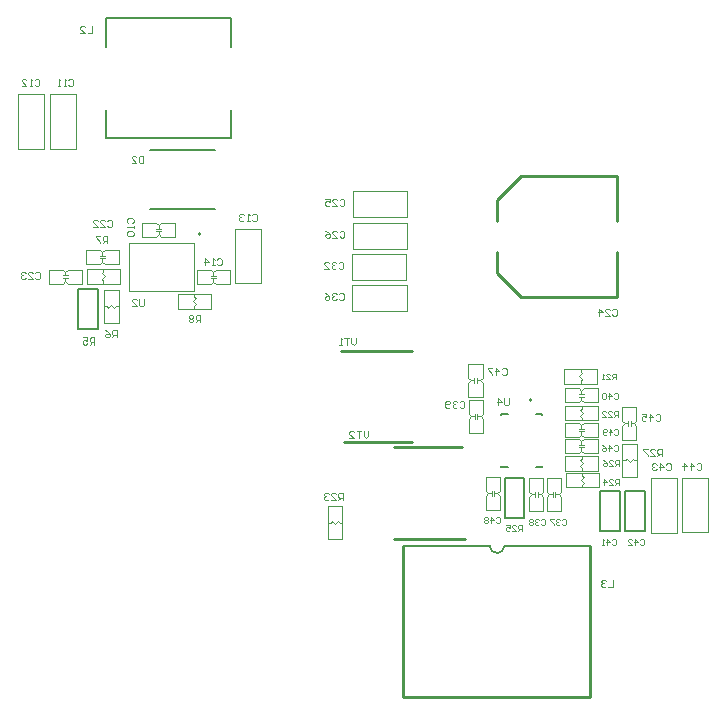
<source format=gbr>
%TF.GenerationSoftware,Altium Limited,Altium Designer,22.5.1 (42)*%
G04 Layer_Color=32896*
%FSLAX44Y44*%
%MOMM*%
%TF.SameCoordinates,15DEB0BC-4505-4058-9DE8-AE4841CA441A*%
%TF.FilePolarity,Positive*%
%TF.FileFunction,Legend,Bot*%
%TF.Part,Single*%
G01*
G75*
%TA.AperFunction,NonConductor*%
%ADD68C,0.2000*%
%ADD69C,0.1000*%
%ADD70C,0.0600*%
%ADD71C,0.2540*%
%ADD72C,0.1270*%
D68*
X-227140Y158500D02*
G03*
X-227140Y158500I-860J0D01*
G01*
X53250Y18000D02*
G03*
X53250Y18000I-1000J0D01*
G01*
X17750Y-105500D02*
G03*
X30250Y-105500I6250J0D01*
G01*
X-313965Y77733D02*
Y111769D01*
X-330563Y77733D02*
Y111769D01*
Y77733D02*
X-313965D01*
X-330563Y111769D02*
X-313965D01*
X-269500Y229500D02*
X-214500D01*
X-269500Y179500D02*
X-214500D01*
X30250Y-105500D02*
X102250D01*
X-55750D02*
X17750D01*
X30465Y-82269D02*
Y-48233D01*
X47063Y-82269D02*
Y-48233D01*
X30465D02*
X47063D01*
X30465Y-82269D02*
X47063D01*
X132215Y-93019D02*
X148813D01*
X132215Y-58983D02*
X148813D01*
Y-93019D02*
Y-58983D01*
X132215Y-93019D02*
Y-58983D01*
X111215Y-93269D02*
X127813D01*
X111215Y-59233D02*
X127813D01*
Y-93269D02*
Y-59233D01*
X111215Y-93269D02*
Y-59233D01*
X-201250Y239500D02*
Y263500D01*
X-307250Y239500D02*
X-201250D01*
X-307250D02*
Y263500D01*
X-201250Y316750D02*
Y341500D01*
X-307250D02*
X-201250D01*
X-307250Y316750D02*
Y341500D01*
D69*
X-248400Y156000D02*
Y168000D01*
X-260500Y156000D02*
X-248400D01*
X-262500Y158000D02*
X-260500Y156000D01*
X-264500D02*
X-262500Y158000D01*
X-276600Y156000D02*
X-264500D01*
X-276600D02*
Y168000D01*
X-264500D01*
X-262500Y166000D01*
X-260500Y168000D01*
X-248400D01*
X-262500Y163000D02*
Y166000D01*
Y158000D02*
Y161000D01*
X-264500Y163000D02*
X-260500D01*
X-264500Y161000D02*
X-260500D01*
X-327400Y116250D02*
Y128250D01*
X-339500Y116250D02*
X-327400D01*
X-341500Y118250D02*
X-339500Y116250D01*
X-343500D02*
X-341500Y118250D01*
X-355600Y116250D02*
X-343500D01*
X-355600D02*
Y128250D01*
X-343500D01*
X-341500Y126250D01*
X-339500Y128250D01*
X-327400D01*
X-341500Y123250D02*
Y126250D01*
Y118250D02*
Y121250D01*
X-343500Y123250D02*
X-339500D01*
X-343500Y121250D02*
X-339500D01*
X-323500Y128750D02*
X-295500D01*
Y116250D02*
Y128750D01*
X-309500Y126310D02*
Y128750D01*
X-310770Y125040D02*
X-309500Y126310D01*
X-310770Y125040D02*
X-308230Y122500D01*
X-310770Y119960D02*
X-308230Y122500D01*
X-310770Y119960D02*
X-309500Y118690D01*
Y116250D02*
Y118690D01*
X-323500Y116250D02*
X-295500D01*
X-323500D02*
Y128750D01*
X-296150Y133000D02*
Y145000D01*
X-308250Y133000D02*
X-296150D01*
X-310250Y135000D02*
X-308250Y133000D01*
X-312250D02*
X-310250Y135000D01*
X-324350Y133000D02*
X-312250D01*
X-324350D02*
Y145000D01*
X-312250D01*
X-310250Y143000D01*
X-308250Y145000D01*
X-296150D01*
X-310250Y140000D02*
Y143000D01*
Y135000D02*
Y138000D01*
X-312250Y140000D02*
X-308250D01*
X-312250Y138000D02*
X-308250D01*
X-309000Y83000D02*
X-296500D01*
Y111000D01*
X-298940Y97000D02*
X-296500D01*
X-300210Y95730D02*
X-298940Y97000D01*
X-302750Y98270D02*
X-300210Y95730D01*
X-305290D02*
X-302750Y98270D01*
X-306560Y97000D02*
X-305290Y95730D01*
X-309000Y97000D02*
X-306560D01*
X-309000Y111000D02*
X-296500D01*
X-309000Y83000D02*
Y111000D01*
X-246250Y95000D02*
X-218250D01*
X-246250D02*
Y107500D01*
X-232250Y95000D02*
Y97440D01*
X-230980Y98710D01*
X-233520Y101250D02*
X-230980Y98710D01*
X-233520Y101250D02*
X-230980Y103790D01*
X-232250Y105060D02*
X-230980Y103790D01*
X-232250Y105060D02*
Y107500D01*
X-246250D02*
X-218250D01*
Y95000D02*
Y107500D01*
X-230350Y116000D02*
Y128000D01*
X-218250D01*
X-216250Y126000D01*
X-214250Y128000D01*
X-202150D01*
Y116000D02*
Y128000D01*
X-214250Y116000D02*
X-202150D01*
X-216250Y118000D02*
X-214250Y116000D01*
X-218250D02*
X-216250Y118000D01*
X-230350Y116000D02*
X-218250D01*
X-216250Y118000D02*
Y121000D01*
Y123000D02*
Y126000D01*
X-218250Y121000D02*
X-214250D01*
X-218250Y123000D02*
X-214250D01*
X-359750Y230750D02*
Y276750D01*
X-381750Y230750D02*
X-359750D01*
X-381750Y276750D02*
X-359750D01*
X-381750Y230750D02*
Y276750D01*
X-332500Y230750D02*
Y276750D01*
X-354500Y230750D02*
X-332500D01*
X-354500Y276750D02*
X-332500D01*
X-354500Y230750D02*
Y276750D01*
X-176250Y116750D02*
Y162750D01*
X-198250Y116750D02*
X-176250D01*
X-198250Y162750D02*
X-176250D01*
X-198250Y116750D02*
Y162750D01*
X-98500Y93250D02*
X-52500D01*
X-98500D02*
Y115250D01*
X-52500Y93250D02*
Y115250D01*
X-98500D02*
X-52500D01*
X-98750Y119500D02*
X-52750D01*
X-98750D02*
Y141500D01*
X-52750Y119500D02*
Y141500D01*
X-98750D02*
X-52750D01*
X-98000Y146000D02*
X-52000D01*
X-98000D02*
Y168000D01*
X-52000Y146000D02*
Y168000D01*
X-98000D02*
X-52000D01*
X-98000Y173000D02*
X-52000D01*
X-98000D02*
Y195000D01*
X-52000Y173000D02*
Y195000D01*
X-98000D02*
X-52000D01*
X-250Y20400D02*
X11750D01*
X-250D02*
Y32500D01*
X1750Y34500D01*
X-250Y36500D02*
X1750Y34500D01*
X-250Y36500D02*
Y48600D01*
X11750D01*
Y36500D02*
Y48600D01*
X9750Y34500D02*
X11750Y36500D01*
X9750Y34500D02*
X11750Y32500D01*
Y20400D02*
Y32500D01*
X6750Y34500D02*
X9750D01*
X1750D02*
X4750D01*
X6750Y32500D02*
Y36500D01*
X4750Y32500D02*
Y36500D01*
X0Y18100D02*
X12000D01*
Y6000D02*
Y18100D01*
X10000Y4000D02*
X12000Y6000D01*
X10000Y4000D02*
X12000Y2000D01*
Y-10100D02*
Y2000D01*
X0Y-10100D02*
X12000D01*
X0D02*
Y2000D01*
X2000Y4000D01*
X0Y6000D02*
X2000Y4000D01*
X0Y6000D02*
Y18100D01*
X2000Y4000D02*
X5000D01*
X7000D02*
X10000D01*
X5000Y2000D02*
Y6000D01*
X7000Y2000D02*
Y6000D01*
X14250Y-47150D02*
X26250D01*
Y-59250D02*
Y-47150D01*
X24250Y-61250D02*
X26250Y-59250D01*
X24250Y-61250D02*
X26250Y-63250D01*
Y-75350D02*
Y-63250D01*
X14250Y-75350D02*
X26250D01*
X14250D02*
Y-63250D01*
X16250Y-61250D01*
X14250Y-59250D02*
X16250Y-61250D01*
X14250Y-59250D02*
Y-47150D01*
X16250Y-61250D02*
X19250D01*
X21250D02*
X24250D01*
X19250Y-63250D02*
Y-59250D01*
X21250Y-63250D02*
Y-59250D01*
X51250Y-47900D02*
X63250D01*
Y-60000D02*
Y-47900D01*
X61250Y-62000D02*
X63250Y-60000D01*
X61250Y-62000D02*
X63250Y-64000D01*
Y-76100D02*
Y-64000D01*
X51250Y-76100D02*
X63250D01*
X51250D02*
Y-64000D01*
X53250Y-62000D01*
X51250Y-60000D02*
X53250Y-62000D01*
X51250Y-60000D02*
Y-47900D01*
X53250Y-62000D02*
X56250D01*
X58250D02*
X61250D01*
X56250Y-64000D02*
Y-60000D01*
X58250Y-64000D02*
Y-60000D01*
X-107000Y-100000D02*
Y-72000D01*
X-119500Y-100000D02*
X-107000D01*
X-109440Y-86000D02*
X-107000D01*
X-110710Y-84730D02*
X-109440Y-86000D01*
X-113250Y-87270D02*
X-110710Y-84730D01*
X-115790D02*
X-113250Y-87270D01*
X-117060Y-86000D02*
X-115790Y-84730D01*
X-119500Y-86000D02*
X-117060D01*
X-119500Y-100000D02*
Y-72000D01*
X-107000D01*
X66250Y-47900D02*
X78250D01*
Y-60000D02*
Y-47900D01*
X76250Y-62000D02*
X78250Y-60000D01*
X76250Y-62000D02*
X78250Y-64000D01*
Y-76100D02*
Y-64000D01*
X66250Y-76100D02*
X78250D01*
X66250D02*
Y-64000D01*
X68250Y-62000D01*
X66250Y-60000D02*
X68250Y-62000D01*
X66250Y-60000D02*
Y-47900D01*
X68250Y-62000D02*
X71250D01*
X73250D02*
X76250D01*
X71250Y-64000D02*
Y-60000D01*
X73250Y-64000D02*
Y-60000D01*
X135000Y-4000D02*
Y0D01*
X137000Y-4000D02*
Y0D01*
X132000Y-2000D02*
X135000D01*
X137000D02*
X140000D01*
X142000Y-16100D02*
Y-4000D01*
X140000Y-2000D02*
X142000Y-4000D01*
X140000Y-2000D02*
X142000Y0D01*
Y12100D01*
X130000D02*
X142000D01*
X130000Y0D02*
Y12100D01*
Y0D02*
X132000Y-2000D01*
X130000Y-4000D02*
X132000Y-2000D01*
X130000Y-16100D02*
Y-4000D01*
Y-16100D02*
X142000D01*
X130000Y-19250D02*
X142500D01*
X130000Y-47250D02*
Y-19250D01*
Y-33250D02*
X132440D01*
X133710Y-31980D01*
X136250Y-34520D01*
X138790Y-31980D01*
X140060Y-33250D01*
X142500D01*
X130000Y-47250D02*
X142500D01*
Y-19250D01*
X110000Y-56250D02*
Y-43750D01*
X82000D02*
X110000D01*
X96000Y-46190D02*
Y-43750D01*
Y-46190D02*
X97270Y-47460D01*
X94730Y-50000D02*
X97270Y-47460D01*
X94730Y-50000D02*
X97270Y-52540D01*
X96000Y-53810D02*
X97270Y-52540D01*
X96000Y-56250D02*
Y-53810D01*
X82000Y-56250D02*
Y-43750D01*
Y-56250D02*
X110000D01*
X81150Y-13500D02*
Y-1500D01*
X93250D01*
X95250Y-3500D01*
X97250Y-1500D01*
X109350D01*
Y-13500D02*
Y-1500D01*
X97250Y-13500D02*
X109350D01*
X95250Y-11500D02*
X97250Y-13500D01*
X93250D02*
X95250Y-11500D01*
X81150Y-13500D02*
X93250D01*
X95250Y-11500D02*
Y-8500D01*
Y-6500D02*
Y-3500D01*
X93250Y-8500D02*
X97250D01*
X93250Y-6500D02*
X97250D01*
X81500Y500D02*
Y13000D01*
Y500D02*
X109500D01*
X95500D02*
Y2940D01*
X94230Y4210D02*
X95500Y2940D01*
X94230Y4210D02*
X96770Y6750D01*
X94230Y9290D02*
X96770Y6750D01*
X94230Y9290D02*
X95500Y10560D01*
Y13000D01*
X109500Y500D02*
Y13000D01*
X81500D02*
X109500D01*
X81150Y15750D02*
Y27750D01*
X93250D01*
X95250Y25750D01*
X97250Y27750D01*
X109350D01*
Y15750D02*
Y27750D01*
X97250Y15750D02*
X109350D01*
X95250Y17750D02*
X97250Y15750D01*
X93250D02*
X95250Y17750D01*
X81150Y15750D02*
X93250D01*
X95250Y17750D02*
Y20750D01*
Y22750D02*
Y25750D01*
X93250Y20750D02*
X97250D01*
X93250Y22750D02*
X97250D01*
X108750Y31750D02*
Y44250D01*
X80750D02*
X108750D01*
X94750Y41810D02*
Y44250D01*
Y41810D02*
X96020Y40540D01*
X93480Y38000D02*
X96020Y40540D01*
X93480Y38000D02*
X96020Y35460D01*
X94750Y34190D02*
X96020Y35460D01*
X94750Y31750D02*
Y34190D01*
X80750Y31750D02*
Y44250D01*
Y31750D02*
X108750D01*
X81750Y-42000D02*
Y-29500D01*
Y-42000D02*
X109750D01*
X95750D02*
Y-39560D01*
X94480Y-38290D02*
X95750Y-39560D01*
X94480Y-38290D02*
X97020Y-35750D01*
X94480Y-33210D02*
X97020Y-35750D01*
X94480Y-33210D02*
X95750Y-31940D01*
Y-29500D01*
X109750Y-42000D02*
Y-29500D01*
X81750D02*
X109750D01*
X81150Y-27250D02*
Y-15250D01*
X93250D01*
X95250Y-17250D01*
X97250Y-15250D01*
X109350D01*
Y-27250D02*
Y-15250D01*
X97250Y-27250D02*
X109350D01*
X95250Y-25250D02*
X97250Y-27250D01*
X93250D02*
X95250Y-25250D01*
X81150Y-27250D02*
X93250D01*
X95250Y-25250D02*
Y-22250D01*
Y-20250D02*
Y-17250D01*
X93250Y-22250D02*
X97250D01*
X93250Y-20250D02*
X97250D01*
X180500Y-94000D02*
Y-48000D01*
X202500D01*
X180500Y-94000D02*
X202500D01*
Y-48000D01*
X154500Y-94500D02*
Y-48500D01*
X176500D01*
X154500Y-94500D02*
X176500D01*
Y-48500D01*
X-288749Y167499D02*
X-289749Y168498D01*
Y170498D01*
X-288749Y171497D01*
X-284751D01*
X-283751Y170498D01*
Y168498D01*
X-284751Y167499D01*
X-283751Y165499D02*
Y163500D01*
Y164500D01*
X-289749D01*
X-288749Y165499D01*
Y160501D02*
X-289749Y159501D01*
Y157502D01*
X-288749Y156502D01*
X-284751D01*
X-283751Y157502D01*
Y159501D01*
X-284751Y160501D01*
X-288749D01*
X-275002Y103249D02*
Y98251D01*
X-276001Y97251D01*
X-278001D01*
X-279000Y98251D01*
Y103249D01*
X-284998Y97251D02*
X-281000D01*
X-284998Y101250D01*
Y102249D01*
X-283999Y103249D01*
X-281999D01*
X-281000Y102249D01*
X-367251Y125499D02*
X-366252Y126499D01*
X-364252D01*
X-363253Y125499D01*
Y121501D01*
X-364252Y120501D01*
X-366252D01*
X-367251Y121501D01*
X-373249Y120501D02*
X-369251D01*
X-373249Y124500D01*
Y125499D01*
X-372250Y126499D01*
X-370250D01*
X-369251Y125499D01*
X-375249D02*
X-376248Y126499D01*
X-378248D01*
X-379247Y125499D01*
Y124500D01*
X-378248Y123500D01*
X-377248D01*
X-378248D01*
X-379247Y122500D01*
Y121501D01*
X-378248Y120501D01*
X-376248D01*
X-375249Y121501D01*
X-306002Y150501D02*
Y156499D01*
X-309001D01*
X-310000Y155499D01*
Y153500D01*
X-309001Y152500D01*
X-306002D01*
X-308001D02*
X-310000Y150501D01*
X-312000Y156499D02*
X-315998D01*
Y155499D01*
X-312000Y151501D01*
Y150501D01*
X-306001Y169249D02*
X-305002Y170249D01*
X-303002D01*
X-302003Y169249D01*
Y165251D01*
X-303002Y164251D01*
X-305002D01*
X-306001Y165251D01*
X-311999Y164251D02*
X-308001D01*
X-311999Y168250D01*
Y169249D01*
X-311000Y170249D01*
X-309000D01*
X-308001Y169249D01*
X-317997Y164251D02*
X-313999D01*
X-317997Y168250D01*
Y169249D01*
X-316998Y170249D01*
X-314998D01*
X-313999Y169249D01*
X-317002Y64751D02*
Y70749D01*
X-320001D01*
X-321000Y69749D01*
Y67750D01*
X-320001Y66750D01*
X-317002D01*
X-319001D02*
X-321000Y64751D01*
X-326998Y70749D02*
X-323000D01*
Y67750D01*
X-324999Y68750D01*
X-325999D01*
X-326998Y67750D01*
Y65751D01*
X-325999Y64751D01*
X-323999D01*
X-323000Y65751D01*
X-298002Y71001D02*
Y76999D01*
X-301001D01*
X-302000Y75999D01*
Y74000D01*
X-301001Y73000D01*
X-298002D01*
X-300001D02*
X-302000Y71001D01*
X-307998Y76999D02*
X-305999Y75999D01*
X-304000Y74000D01*
Y72001D01*
X-304999Y71001D01*
X-306999D01*
X-307998Y72001D01*
Y73000D01*
X-306999Y74000D01*
X-304000D01*
X-227252Y83751D02*
Y89749D01*
X-230251D01*
X-231250Y88749D01*
Y86750D01*
X-230251Y85750D01*
X-227252D01*
X-229251D02*
X-231250Y83751D01*
X-233250Y88749D02*
X-234249Y89749D01*
X-236249D01*
X-237248Y88749D01*
Y87750D01*
X-236249Y86750D01*
X-237248Y85750D01*
Y84751D01*
X-236249Y83751D01*
X-234249D01*
X-233250Y84751D01*
Y85750D01*
X-234249Y86750D01*
X-233250Y87750D01*
Y88749D01*
X-234249Y86750D02*
X-236249D01*
X-213251Y136749D02*
X-212251Y137749D01*
X-210252D01*
X-209252Y136749D01*
Y132751D01*
X-210252Y131751D01*
X-212251D01*
X-213251Y132751D01*
X-215250Y131751D02*
X-217250D01*
X-216250D01*
Y137749D01*
X-215250Y136749D01*
X-223248Y131751D02*
Y137749D01*
X-220249Y134750D01*
X-224248D01*
X-367501Y288749D02*
X-366502Y289749D01*
X-364502D01*
X-363502Y288749D01*
Y284751D01*
X-364502Y283751D01*
X-366502D01*
X-367501Y284751D01*
X-369501Y283751D02*
X-371500D01*
X-370500D01*
Y289749D01*
X-369501Y288749D01*
X-378498Y283751D02*
X-374499D01*
X-378498Y287750D01*
Y288749D01*
X-377498Y289749D01*
X-375499D01*
X-374499Y288749D01*
X-339001D02*
X-338001Y289749D01*
X-336002D01*
X-335002Y288749D01*
Y284751D01*
X-336002Y283751D01*
X-338001D01*
X-339001Y284751D01*
X-341000Y283751D02*
X-342999D01*
X-342000D01*
Y289749D01*
X-341000Y288749D01*
X-345998Y283751D02*
X-347998D01*
X-346998D01*
Y289749D01*
X-345998Y288749D01*
X-275502Y224499D02*
Y218501D01*
X-278501D01*
X-279500Y219501D01*
Y223499D01*
X-278501Y224499D01*
X-275502D01*
X-285498Y218501D02*
X-281500D01*
X-285498Y222500D01*
Y223499D01*
X-284499Y224499D01*
X-282499D01*
X-281500Y223499D01*
X121499Y94249D02*
X122498Y95249D01*
X124498D01*
X125497Y94249D01*
Y90251D01*
X124498Y89251D01*
X122498D01*
X121499Y90251D01*
X115501Y89251D02*
X119499D01*
X115501Y93250D01*
Y94249D01*
X116500Y95249D01*
X118500D01*
X119499Y94249D01*
X110502Y89251D02*
Y95249D01*
X113501Y92250D01*
X109503D01*
X-183501Y174499D02*
X-182502Y175499D01*
X-180502D01*
X-179503Y174499D01*
Y170501D01*
X-180502Y169501D01*
X-182502D01*
X-183501Y170501D01*
X-185501Y169501D02*
X-187500D01*
X-186500D01*
Y175499D01*
X-185501Y174499D01*
X-190499D02*
X-191499Y175499D01*
X-193498D01*
X-194498Y174499D01*
Y173500D01*
X-193498Y172500D01*
X-192498D01*
X-193498D01*
X-194498Y171500D01*
Y170501D01*
X-193498Y169501D01*
X-191499D01*
X-190499Y170501D01*
X-109935Y107492D02*
X-108935Y108492D01*
X-106936D01*
X-105936Y107492D01*
Y103494D01*
X-106936Y102494D01*
X-108935D01*
X-109935Y103494D01*
X-111934Y107492D02*
X-112934Y108492D01*
X-114933D01*
X-115933Y107492D01*
Y106493D01*
X-114933Y105493D01*
X-113933D01*
X-114933D01*
X-115933Y104493D01*
Y103494D01*
X-114933Y102494D01*
X-112934D01*
X-111934Y103494D01*
X-121931Y108492D02*
X-119931Y107492D01*
X-117932Y105493D01*
Y103494D01*
X-118932Y102494D01*
X-120931D01*
X-121931Y103494D01*
Y104493D01*
X-120931Y105493D01*
X-117932D01*
X-110189Y133908D02*
X-109189Y134908D01*
X-107190D01*
X-106190Y133908D01*
Y129910D01*
X-107190Y128910D01*
X-109189D01*
X-110189Y129910D01*
X-112188Y133908D02*
X-113188Y134908D01*
X-115187D01*
X-116187Y133908D01*
Y132909D01*
X-115187Y131909D01*
X-114187D01*
X-115187D01*
X-116187Y130909D01*
Y129910D01*
X-115187Y128910D01*
X-113188D01*
X-112188Y129910D01*
X-122185Y128910D02*
X-118186D01*
X-122185Y132909D01*
Y133908D01*
X-121185Y134908D01*
X-119186D01*
X-118186Y133908D01*
X-109427Y160324D02*
X-108427Y161324D01*
X-106428D01*
X-105428Y160324D01*
Y156326D01*
X-106428Y155326D01*
X-108427D01*
X-109427Y156326D01*
X-115425Y155326D02*
X-111426D01*
X-115425Y159325D01*
Y160324D01*
X-114425Y161324D01*
X-112426D01*
X-111426Y160324D01*
X-121423Y161324D02*
X-119424Y160324D01*
X-117424Y158325D01*
Y156326D01*
X-118424Y155326D01*
X-120423D01*
X-121423Y156326D01*
Y157325D01*
X-120423Y158325D01*
X-117424D01*
X-109427Y187248D02*
X-108427Y188248D01*
X-106428D01*
X-105428Y187248D01*
Y183250D01*
X-106428Y182250D01*
X-108427D01*
X-109427Y183250D01*
X-115425Y182250D02*
X-111426D01*
X-115425Y186249D01*
Y187248D01*
X-114425Y188248D01*
X-112426D01*
X-111426Y187248D01*
X-121423Y188248D02*
X-117424D01*
Y185249D01*
X-119424Y186249D01*
X-120423D01*
X-121423Y185249D01*
Y183250D01*
X-120423Y182250D01*
X-118424D01*
X-117424Y183250D01*
X27999Y43999D02*
X28998Y44999D01*
X30998D01*
X31997Y43999D01*
Y40001D01*
X30998Y39001D01*
X28998D01*
X27999Y40001D01*
X23000Y39001D02*
Y44999D01*
X25999Y42000D01*
X22001D01*
X20001Y44999D02*
X16003D01*
Y43999D01*
X20001Y40001D01*
Y39001D01*
X-7751Y16249D02*
X-6752Y17249D01*
X-4752D01*
X-3753Y16249D01*
Y12251D01*
X-4752Y11251D01*
X-6752D01*
X-7751Y12251D01*
X-9751Y16249D02*
X-10750Y17249D01*
X-12750D01*
X-13749Y16249D01*
Y15250D01*
X-12750Y14250D01*
X-11750D01*
X-12750D01*
X-13749Y13250D01*
Y12251D01*
X-12750Y11251D01*
X-10750D01*
X-9751Y12251D01*
X-15749D02*
X-16748Y11251D01*
X-18748D01*
X-19747Y12251D01*
Y16249D01*
X-18748Y17249D01*
X-16748D01*
X-15749Y16249D01*
Y15250D01*
X-16748Y14250D01*
X-19747D01*
X33998Y19499D02*
Y14501D01*
X32999Y13501D01*
X30999D01*
X30000Y14501D01*
Y19499D01*
X25001Y13501D02*
Y19499D01*
X28000Y16500D01*
X24002D01*
X23082Y-82334D02*
X23915Y-81501D01*
X25581D01*
X26414Y-82334D01*
Y-85666D01*
X25581Y-86499D01*
X23915D01*
X23082Y-85666D01*
X18917Y-86499D02*
Y-81501D01*
X21416Y-84000D01*
X18084D01*
X16418Y-82334D02*
X15585Y-81501D01*
X13919D01*
X13086Y-82334D01*
Y-83167D01*
X13919Y-84000D01*
X13086Y-84833D01*
Y-85666D01*
X13919Y-86499D01*
X15585D01*
X16418Y-85666D01*
Y-84833D01*
X15585Y-84000D01*
X16418Y-83167D01*
Y-82334D01*
X15585Y-84000D02*
X13919D01*
X61082Y-84084D02*
X61915Y-83251D01*
X63581D01*
X64415Y-84084D01*
Y-87416D01*
X63581Y-88249D01*
X61915D01*
X61082Y-87416D01*
X59416Y-84084D02*
X58583Y-83251D01*
X56917D01*
X56084Y-84084D01*
Y-84917D01*
X56917Y-85750D01*
X57750D01*
X56917D01*
X56084Y-86583D01*
Y-87416D01*
X56917Y-88249D01*
X58583D01*
X59416Y-87416D01*
X54418Y-84084D02*
X53585Y-83251D01*
X51919D01*
X51086Y-84084D01*
Y-84917D01*
X51919Y-85750D01*
X51086Y-86583D01*
Y-87416D01*
X51919Y-88249D01*
X53585D01*
X54418Y-87416D01*
Y-86583D01*
X53585Y-85750D01*
X54418Y-84917D01*
Y-84084D01*
X53585Y-85750D02*
X51919D01*
X-95502Y70499D02*
Y66500D01*
X-97502Y64501D01*
X-99501Y66500D01*
Y70499D01*
X-101500D02*
X-105499D01*
X-103500D01*
Y64501D01*
X-107498D02*
X-109498D01*
X-108498D01*
Y70499D01*
X-107498Y69499D01*
X-106503Y-66749D02*
Y-60751D01*
X-109502D01*
X-110501Y-61751D01*
Y-63750D01*
X-109502Y-64750D01*
X-106503D01*
X-108502D02*
X-110501Y-66749D01*
X-116499D02*
X-112501D01*
X-116499Y-62750D01*
Y-61751D01*
X-115500Y-60751D01*
X-113500D01*
X-112501Y-61751D01*
X-118499D02*
X-119498Y-60751D01*
X-121498D01*
X-122497Y-61751D01*
Y-62750D01*
X-121498Y-63750D01*
X-120498D01*
X-121498D01*
X-122497Y-64750D01*
Y-65749D01*
X-121498Y-66749D01*
X-119498D01*
X-118499Y-65749D01*
X122248Y-134251D02*
Y-140249D01*
X118250D01*
X116250Y-135251D02*
X115251Y-134251D01*
X113251D01*
X112252Y-135251D01*
Y-136250D01*
X113251Y-137250D01*
X114251D01*
X113251D01*
X112252Y-138250D01*
Y-139249D01*
X113251Y-140249D01*
X115251D01*
X116250Y-139249D01*
X44665Y-92749D02*
Y-87751D01*
X42165D01*
X41332Y-88584D01*
Y-90250D01*
X42165Y-91083D01*
X44665D01*
X42998D02*
X41332Y-92749D01*
X36334D02*
X39666D01*
X36334Y-89417D01*
Y-88584D01*
X37167Y-87751D01*
X38833D01*
X39666Y-88584D01*
X31335Y-87751D02*
X34668D01*
Y-90250D01*
X33002Y-89417D01*
X32169D01*
X31335Y-90250D01*
Y-91916D01*
X32169Y-92749D01*
X33835D01*
X34668Y-91916D01*
X78582Y-83834D02*
X79415Y-83001D01*
X81081D01*
X81915Y-83834D01*
Y-87166D01*
X81081Y-87999D01*
X79415D01*
X78582Y-87166D01*
X76916Y-83834D02*
X76083Y-83001D01*
X74417D01*
X73584Y-83834D01*
Y-84667D01*
X74417Y-85500D01*
X75250D01*
X74417D01*
X73584Y-86333D01*
Y-87166D01*
X74417Y-87999D01*
X76083D01*
X76916Y-87166D01*
X71918Y-83001D02*
X68586D01*
Y-83834D01*
X71918Y-87166D01*
Y-87999D01*
X144832Y-100834D02*
X145665Y-100001D01*
X147331D01*
X148165Y-100834D01*
Y-104166D01*
X147331Y-104999D01*
X145665D01*
X144832Y-104166D01*
X140667Y-104999D02*
Y-100001D01*
X143166Y-102500D01*
X139834D01*
X134836Y-104999D02*
X138168D01*
X134836Y-101667D01*
Y-100834D01*
X135669Y-100001D01*
X137335D01*
X138168Y-100834D01*
X158249Y5249D02*
X159248Y6249D01*
X161248D01*
X162247Y5249D01*
Y1251D01*
X161248Y251D01*
X159248D01*
X158249Y1251D01*
X153250Y251D02*
Y6249D01*
X156249Y3250D01*
X152251D01*
X146253Y6249D02*
X150251D01*
Y3250D01*
X148252Y4250D01*
X147252D01*
X146253Y3250D01*
Y1251D01*
X147252Y251D01*
X149252D01*
X150251Y1251D01*
X163747Y-29749D02*
Y-23751D01*
X160748D01*
X159749Y-24751D01*
Y-26750D01*
X160748Y-27750D01*
X163747D01*
X161748D02*
X159749Y-29749D01*
X153751D02*
X157749D01*
X153751Y-25750D01*
Y-24751D01*
X154750Y-23751D01*
X156750D01*
X157749Y-24751D01*
X151751Y-23751D02*
X147753D01*
Y-24751D01*
X151751Y-28749D01*
Y-29749D01*
X126915Y-53999D02*
Y-49001D01*
X124415D01*
X123582Y-49834D01*
Y-51500D01*
X124415Y-52333D01*
X126915D01*
X125248D02*
X123582Y-53999D01*
X118584D02*
X121916D01*
X118584Y-50667D01*
Y-49834D01*
X119417Y-49001D01*
X121083D01*
X121916Y-49834D01*
X114419Y-53999D02*
Y-49001D01*
X116918Y-51500D01*
X113586D01*
X120999Y-100834D02*
X121832Y-100001D01*
X123498D01*
X124331Y-100834D01*
Y-104166D01*
X123498Y-104999D01*
X121832D01*
X120999Y-104166D01*
X116834Y-104999D02*
Y-100001D01*
X119333Y-102500D01*
X116001D01*
X114335Y-104999D02*
X112669D01*
X113502D01*
Y-100001D01*
X114335Y-100834D01*
X123332Y-7334D02*
X124165Y-6501D01*
X125831D01*
X126664Y-7334D01*
Y-10666D01*
X125831Y-11499D01*
X124165D01*
X123332Y-10666D01*
X119167Y-11499D02*
Y-6501D01*
X121666Y-9000D01*
X118334D01*
X116668Y-10666D02*
X115835Y-11499D01*
X114169D01*
X113336Y-10666D01*
Y-7334D01*
X114169Y-6501D01*
X115835D01*
X116668Y-7334D01*
Y-8167D01*
X115835Y-9000D01*
X113336D01*
X126414Y3751D02*
Y8749D01*
X123915D01*
X123082Y7916D01*
Y6250D01*
X123915Y5417D01*
X126414D01*
X124748D02*
X123082Y3751D01*
X118084D02*
X121416D01*
X118084Y7083D01*
Y7916D01*
X118917Y8749D01*
X120583D01*
X121416Y7916D01*
X113085Y3751D02*
X116418D01*
X113085Y7083D01*
Y7916D01*
X113919Y8749D01*
X115585D01*
X116418Y7916D01*
X122832Y22666D02*
X123665Y23499D01*
X125331D01*
X126165Y22666D01*
Y19334D01*
X125331Y18501D01*
X123665D01*
X122832Y19334D01*
X118667Y18501D02*
Y23499D01*
X121166Y21000D01*
X117834D01*
X116168Y22666D02*
X115335Y23499D01*
X113669D01*
X112836Y22666D01*
Y19334D01*
X113669Y18501D01*
X115335D01*
X116168Y19334D01*
Y22666D01*
X124581Y35251D02*
Y40249D01*
X122082D01*
X121249Y39416D01*
Y37750D01*
X122082Y36917D01*
X124581D01*
X122915D02*
X121249Y35251D01*
X116251D02*
X119583D01*
X116251Y38583D01*
Y39416D01*
X117084Y40249D01*
X118750D01*
X119583Y39416D01*
X114585Y35251D02*
X112919D01*
X113752D01*
Y40249D01*
X114585Y39416D01*
X-318752Y334249D02*
Y328251D01*
X-322750D01*
X-328748D02*
X-324750D01*
X-328748Y332250D01*
Y333249D01*
X-327749Y334249D01*
X-325749D01*
X-324750Y333249D01*
X126915Y-38249D02*
Y-33251D01*
X124415D01*
X123582Y-34084D01*
Y-35750D01*
X124415Y-36583D01*
X126915D01*
X125248D02*
X123582Y-38249D01*
X118584D02*
X121916D01*
X118584Y-34917D01*
Y-34084D01*
X119417Y-33251D01*
X121083D01*
X121916Y-34084D01*
X113586Y-33251D02*
X115252Y-34084D01*
X116918Y-35750D01*
Y-37416D01*
X116085Y-38249D01*
X114419D01*
X113586Y-37416D01*
Y-36583D01*
X114419Y-35750D01*
X116918D01*
X123082Y-21084D02*
X123915Y-20251D01*
X125581D01*
X126414Y-21084D01*
Y-24416D01*
X125581Y-25249D01*
X123915D01*
X123082Y-24416D01*
X118917Y-25249D02*
Y-20251D01*
X121416Y-22750D01*
X118084D01*
X113085Y-20251D02*
X114752Y-21084D01*
X116418Y-22750D01*
Y-24416D01*
X115585Y-25249D01*
X113919D01*
X113085Y-24416D01*
Y-23583D01*
X113919Y-22750D01*
X116418D01*
X192957Y-36326D02*
X193957Y-35326D01*
X195956D01*
X196956Y-36326D01*
Y-40324D01*
X195956Y-41324D01*
X193957D01*
X192957Y-40324D01*
X187959Y-41324D02*
Y-35326D01*
X190958Y-38325D01*
X186959D01*
X181961Y-41324D02*
Y-35326D01*
X184960Y-38325D01*
X180961D01*
X167049Y-36834D02*
X168049Y-35834D01*
X170048D01*
X171048Y-36834D01*
Y-40832D01*
X170048Y-41832D01*
X168049D01*
X167049Y-40832D01*
X162051Y-41832D02*
Y-35834D01*
X165050Y-38833D01*
X161051D01*
X159052Y-36834D02*
X158052Y-35834D01*
X156053D01*
X155053Y-36834D01*
Y-37833D01*
X156053Y-38833D01*
X157052D01*
X156053D01*
X155053Y-39833D01*
Y-40832D01*
X156053Y-41832D01*
X158052D01*
X159052Y-40832D01*
X-84984Y-8656D02*
Y-12655D01*
X-86983Y-14654D01*
X-88983Y-12655D01*
Y-8656D01*
X-90982D02*
X-94981D01*
X-92981D01*
Y-14654D01*
X-100979D02*
X-96980D01*
X-100979Y-10655D01*
Y-9656D01*
X-99979Y-8656D01*
X-97980D01*
X-96980Y-9656D01*
D70*
X-288000Y150750D02*
X-232500D01*
Y110000D02*
Y150750D01*
X-288000Y110000D02*
X-232500D01*
X-288000D02*
Y150750D01*
D71*
X125750Y104750D02*
Y143250D01*
X44250Y104750D02*
X125750D01*
Y169250D02*
Y207750D01*
X44250D02*
X125750D01*
X23750Y125250D02*
X44250Y104750D01*
X23750Y125250D02*
Y143250D01*
Y187250D02*
X44250Y207750D01*
X23750Y169250D02*
Y187250D01*
X-105920Y-18120D02*
X-48010D01*
X-107920Y59350D02*
X-48010D01*
X102250Y-170000D02*
Y-106000D01*
Y-234000D02*
Y-170000D01*
X-55750D02*
Y-106000D01*
Y-234000D02*
Y-170000D01*
Y-234000D02*
X102250D01*
X-63240Y-22130D02*
X-5330D01*
X-63240Y-99600D02*
X-3330D01*
D72*
X56650Y-39000D02*
X62250D01*
X27250D02*
X32850D01*
X56650Y6000D02*
X62250D01*
X27250D02*
X32850D01*
X27250Y5400D02*
Y6000D01*
Y-39000D02*
Y-38400D01*
X62250Y5400D02*
Y6000D01*
Y-39000D02*
Y-38400D01*
%TF.MD5,7e0b1bdc9d0e47abe4cd7feaa4dcee1e*%
M02*

</source>
